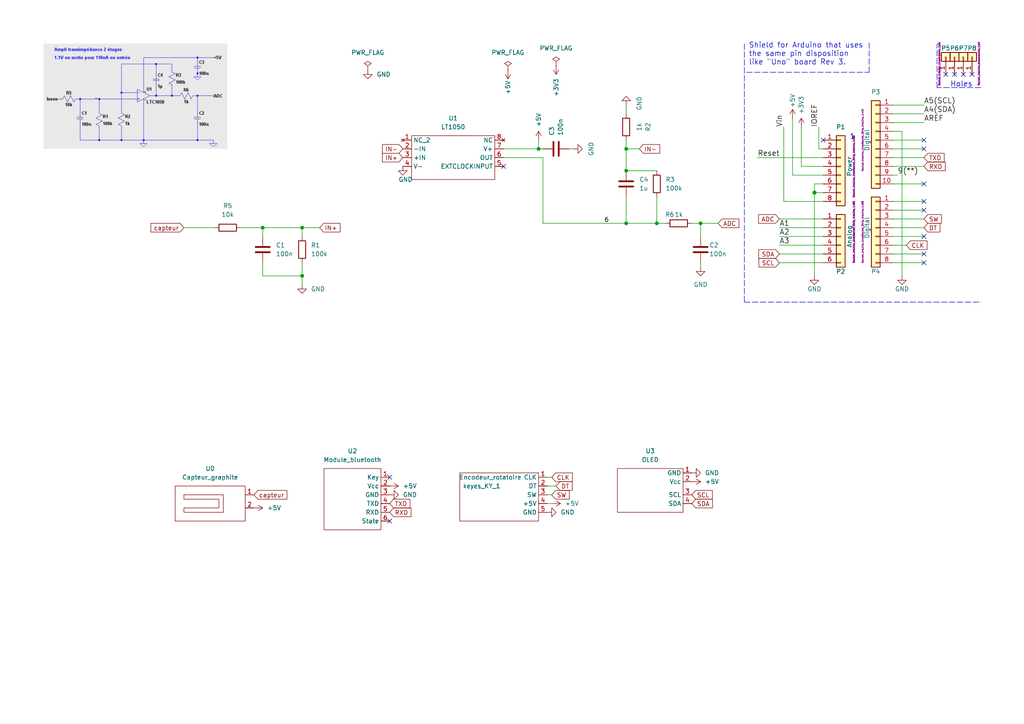
<source format=kicad_sch>
(kicad_sch (version 20211123) (generator eeschema)
  (paper "A4")
  (title_block (date "lun. 30 mars 2015"))
  (lib_symbols
    (symbol "Capteur_graphite_1"
      (property "Reference" "U" (at -1.27 2.54 0))
      (property "Value" "Capteur_graphite_1" (at -1.27 5.08 0))
      (symbol "Capteur_graphite_1_0_1"
        (polyline (pts (xy -10.16 -1.27) (xy -1.27 -1.27)))
        (polyline (pts (xy -12.7 1.27) (xy 7.62 1.27) (xy 7.62 -8.89) (xy -12.7 -8.89) (xy -12.7 1.27)))
        (polyline (pts (xy -1.27 -1.27) (xy 1.27 -1.27) (xy 1.27 -6.35) (xy -10.16 -6.35) (xy -10.16 -5.08) (xy 0 -5.08) (xy 0 -2.54) (xy -10.16 -2.54) (xy -10.16 -1.27)))
      )
      (symbol "Capteur_graphite_1_1_1"
        (pin input line (at 10.16 -1.27 180) (length 2.54) (name "") (number "1"))
        (pin power_in line (at 10.16 -5.08 180) (length 2.54) (name "") (number "2"))
      )
    )
    (symbol "Connector_Generic:Conn_01x01" (pin_names (offset 1.016) hide)
      (property "Reference" "J" (at 0 2.54 0))
      (property "Value" "Conn_01x01" (at 0 -2.54 0))
      (symbol "Conn_01x01_1_1"
        (rectangle (start -1.27 0.127) (end 0 -0.127) (stroke (width 0.1524)))
        (rectangle (start -1.27 1.27) (end 1.27 -1.27) (stroke (width 0.254)) (fill (type background)))
        (pin passive line (at -5.08 0 0) (length 3.81) (name "Pin_1") (number "1"))
      )
    )
    (symbol "Connector_Generic:Conn_01x06" (pin_names (offset 1.016) hide)
      (property "Reference" "J" (at 0 7.62 0))
      (property "Value" "Conn_01x06" (at 0 -10.16 0))
      (symbol "Conn_01x06_1_1"
        (rectangle (start -1.27 -7.493) (end 0 -7.747) (stroke (width 0.1524)))
        (rectangle (start -1.27 -4.953) (end 0 -5.207) (stroke (width 0.1524)))
        (rectangle (start -1.27 -2.413) (end 0 -2.667) (stroke (width 0.1524)))
        (rectangle (start -1.27 0.127) (end 0 -0.127) (stroke (width 0.1524)))
        (rectangle (start -1.27 2.667) (end 0 2.413) (stroke (width 0.1524)))
        (rectangle (start -1.27 5.207) (end 0 4.953) (stroke (width 0.1524)))
        (rectangle (start -1.27 6.35) (end 1.27 -8.89) (stroke (width 0.254)) (fill (type background)))
        (pin passive line (at -5.08 5.08 0) (length 3.81) (name "Pin_1") (number "1"))
        (pin passive line (at -5.08 2.54 0) (length 3.81) (name "Pin_2") (number "2"))
        (pin passive line (at -5.08 0 0) (length 3.81) (name "Pin_3") (number "3"))
        (pin passive line (at -5.08 -2.54 0) (length 3.81) (name "Pin_4") (number "4"))
        (pin passive line (at -5.08 -5.08 0) (length 3.81) (name "Pin_5") (number "5"))
        (pin passive line (at -5.08 -7.62 0) (length 3.81) (name "Pin_6") (number "6"))
      )
    )
    (symbol "Connector_Generic:Conn_01x08" (pin_names (offset 1.016) hide)
      (property "Reference" "J" (at 0 10.16 0))
      (property "Value" "Conn_01x08" (at 0 -12.7 0))
      (symbol "Conn_01x08_1_1"
        (rectangle (start -1.27 -10.033) (end 0 -10.287) (stroke (width 0.1524)))
        (rectangle (start -1.27 -7.493) (end 0 -7.747) (stroke (width 0.1524)))
        (rectangle (start -1.27 -4.953) (end 0 -5.207) (stroke (width 0.1524)))
        (rectangle (start -1.27 -2.413) (end 0 -2.667) (stroke (width 0.1524)))
        (rectangle (start -1.27 0.127) (end 0 -0.127) (stroke (width 0.1524)))
        (rectangle (start -1.27 2.667) (end 0 2.413) (stroke (width 0.1524)))
        (rectangle (start -1.27 5.207) (end 0 4.953) (stroke (width 0.1524)))
        (rectangle (start -1.27 7.747) (end 0 7.493) (stroke (width 0.1524)))
        (rectangle (start -1.27 8.89) (end 1.27 -11.43) (stroke (width 0.254)) (fill (type background)))
        (pin passive line (at -5.08 7.62 0) (length 3.81) (name "Pin_1") (number "1"))
        (pin passive line (at -5.08 5.08 0) (length 3.81) (name "Pin_2") (number "2"))
        (pin passive line (at -5.08 2.54 0) (length 3.81) (name "Pin_3") (number "3"))
        (pin passive line (at -5.08 0 0) (length 3.81) (name "Pin_4") (number "4"))
        (pin passive line (at -5.08 -2.54 0) (length 3.81) (name "Pin_5") (number "5"))
        (pin passive line (at -5.08 -5.08 0) (length 3.81) (name "Pin_6") (number "6"))
        (pin passive line (at -5.08 -7.62 0) (length 3.81) (name "Pin_7") (number "7"))
        (pin passive line (at -5.08 -10.16 0) (length 3.81) (name "Pin_8") (number "8"))
      )
    )
    (symbol "Connector_Generic:Conn_01x10" (pin_names (offset 1.016) hide)
      (property "Reference" "J" (at 0 12.7 0))
      (property "Value" "Conn_01x10" (at 0 -15.24 0))
      (symbol "Conn_01x10_1_1"
        (rectangle (start -1.27 -12.573) (end 0 -12.827) (stroke (width 0.1524)))
        (rectangle (start -1.27 -10.033) (end 0 -10.287) (stroke (width 0.1524)))
        (rectangle (start -1.27 -7.493) (end 0 -7.747) (stroke (width 0.1524)))
        (rectangle (start -1.27 -4.953) (end 0 -5.207) (stroke (width 0.1524)))
        (rectangle (start -1.27 -2.413) (end 0 -2.667) (stroke (width 0.1524)))
        (rectangle (start -1.27 0.127) (end 0 -0.127) (stroke (width 0.1524)))
        (rectangle (start -1.27 2.667) (end 0 2.413) (stroke (width 0.1524)))
        (rectangle (start -1.27 5.207) (end 0 4.953) (stroke (width 0.1524)))
        (rectangle (start -1.27 7.747) (end 0 7.493) (stroke (width 0.1524)))
        (rectangle (start -1.27 10.287) (end 0 10.033) (stroke (width 0.1524)))
        (rectangle (start -1.27 11.43) (end 1.27 -13.97) (stroke (width 0.254)) (fill (type background)))
        (pin passive line (at -5.08 10.16 0) (length 3.81) (name "Pin_1") (number "1"))
        (pin passive line (at -5.08 -12.7 0) (length 3.81) (name "Pin_10") (number "10"))
        (pin passive line (at -5.08 7.62 0) (length 3.81) (name "Pin_2") (number "2"))
        (pin passive line (at -5.08 5.08 0) (length 3.81) (name "Pin_3") (number "3"))
        (pin passive line (at -5.08 2.54 0) (length 3.81) (name "Pin_4") (number "4"))
        (pin passive line (at -5.08 0 0) (length 3.81) (name "Pin_5") (number "5"))
        (pin passive line (at -5.08 -2.54 0) (length 3.81) (name "Pin_6") (number "6"))
        (pin passive line (at -5.08 -5.08 0) (length 3.81) (name "Pin_7") (number "7"))
        (pin passive line (at -5.08 -7.62 0) (length 3.81) (name "Pin_8") (number "8"))
        (pin passive line (at -5.08 -10.16 0) (length 3.81) (name "Pin_9") (number "9"))
      )
    )
    (symbol "Device:C" (pin_numbers hide) (pin_names (offset 0.254))
      (property "Reference" "C" (at 0.635 2.54 0))
      (property "Value" "C" (at 0.635 -2.54 0))
      (symbol "C_0_1"
        (polyline (pts (xy -2.032 -0.762) (xy 2.032 -0.762)) (stroke (width 0.508)))
        (polyline (pts (xy -2.032 0.762) (xy 2.032 0.762)) (stroke (width 0.508)))
      )
      (symbol "C_1_1"
        (pin passive line (at 0 3.81 270) (length 2.794) (name "~") (number "1"))
        (pin passive line (at 0 -3.81 90) (length 2.794) (name "~") (number "2"))
      )
    )
    (symbol "Device:R" (pin_numbers hide) (pin_names (offset 0))
      (property "Reference" "R" (at 2.032 0 90))
      (property "Value" "R" (at 0 0 90))
      (symbol "R_0_1"
        (rectangle (start -1.016 -2.54) (end 1.016 2.54) (stroke (width 0.254)))
      )
      (symbol "R_1_1"
        (pin passive line (at 0 3.81 270) (length 1.27) (name "~") (number "1"))
        (pin passive line (at 0 -3.81 90) (length 1.27) (name "~") (number "2"))
      )
    )
    (symbol "Module_bluetooth_1"
      (property "Reference" "U" (at 0 6.35 0))
      (property "Value" "Module_bluetooth_1" (at 0 3.81 0))
      (symbol "Module_bluetooth_1_0_1"
        (polyline (pts (xy -8.89 2.54) (xy 7.62 2.54) (xy 7.62 -15.24) (xy -8.89 -15.24) (xy -8.89 2.54)))
      )
      (symbol "Module_bluetooth_1_1_1"
        (pin passive line (at 10.16 0 180) (length 2.54) (name "Key") (number "1"))
        (pin power_in line (at 10.16 -2.54 180) (length 2.54) (name "Vcc") (number "2"))
        (pin power_in line (at 10.16 -5.08 180) (length 2.54) (name "GND") (number "3"))
        (pin passive line (at 10.16 -7.62 180) (length 2.54) (name "TXD") (number "4"))
        (pin passive line (at 10.16 -10.16 180) (length 2.54) (name "RXD") (number "5"))
        (pin passive line (at 10.16 -12.7 180) (length 2.54) (name "State") (number "6"))
      )
    )
    (symbol "librairie_composant:Encodeur_rotatoire"
      (property "Reference" "keyes_KY_040" (at -13.97 -3.81 0))
      (property "Value" "Encodeur_rotatoire" (at -12.7 -1.27 0))
      (symbol "Encodeur_rotatoire_0_1"
        (polyline (pts (xy -15.24 1.27) (xy 1.27 1.27)))
        (polyline (pts (xy 1.27 1.27) (xy 1.27 -12.7) (xy -21.59 -12.7) (xy -21.59 1.27) (xy -15.24 1.27)))
      )
      (symbol "Encodeur_rotatoire_1_1"
        (pin passive line (at 3.81 0 180) (length 2.54) (name "CLK") (number "1"))
        (pin passive line (at 3.81 -2.54 180) (length 2.54) (name "DT") (number "2"))
        (pin passive line (at 3.81 -5.08 180) (length 2.54) (name "SW") (number "3"))
        (pin power_in line (at 3.81 -7.62 180) (length 2.54) (name "+5V") (number "4"))
        (pin power_in line (at 3.81 -10.16 180) (length 2.54) (name "GND") (number "5"))
      )
    )
    (symbol "librairie_composant:LT1050"
      (property "Reference" "U" (at 0 3.81 0))
      (property "Value" "LT1050" (at 0 5.08 0))
      (symbol "LT1050_0_1"
        (polyline (pts (xy -15.24 1.27) (xy 8.89 1.27) (xy 8.89 -11.43) (xy -15.24 -11.43) (xy -15.24 1.27)))
      )
      (symbol "LT1050_1_1"
        (pin no_connect line (at -17.78 0 0) (length 2.54) (name "NC_2") (number "1"))
        (pin input line (at -17.78 -2.54 0) (length 2.54) (name "-IN") (number "2"))
        (pin input line (at -17.78 -5.08 0) (length 2.54) (name "+IN") (number "3"))
        (pin power_in line (at -17.78 -7.62 0) (length 2.54) (name "V-") (number "4"))
        (pin input line (at 11.43 -7.62 180) (length 2.54) (name "EXTCLOCKINPUT") (number "5"))
        (pin output line (at 11.43 -5.08 180) (length 2.54) (name "OUT") (number "6"))
        (pin power_in line (at 11.43 -2.54 180) (length 2.54) (name "V+") (number "7"))
        (pin no_connect line (at 11.43 0 180) (length 2.54) (name "NC") (number "8"))
      )
    )
    (symbol "librairie_composant:OLED"
      (property "Reference" "U3" (at -3.175 7.62 0))
      (property "Value" "OLED" (at -3.175 5.08 0))
      (symbol "OLED_0_1"
        (polyline (pts (xy -12.7 2.54) (xy 6.35 2.54) (xy 6.35 -10.16) (xy -12.7 -10.16) (xy -12.7 2.54)))
      )
      (symbol "OLED_1_1"
        (pin input line (at 8.89 1.27 180) (length 2.54) (name "GND") (number "1"))
        (pin power_in line (at 8.89 -1.27 180) (length 2.54) (name "Vcc") (number "2"))
        (pin passive line (at 8.89 -5.08 180) (length 2.54) (name "SCL") (number "3"))
        (pin passive line (at 8.89 -7.62 180) (length 2.54) (name "SDA") (number "4"))
      )
    )
    (symbol "power:+3.3V" (power) (pin_names (offset 0))
      (property "Value" "+3.3V" (at 0 3.556 0))
      (symbol "+3.3V_0_1"
        (polyline (pts (xy -0.762 1.27) (xy 0 2.54)))
        (polyline (pts (xy 0 0) (xy 0 2.54)))
        (polyline (pts (xy 0 2.54) (xy 0.762 1.27)))
      )
      (symbol "+3.3V_1_1"
        (pin power_in line (at 0 0 90) (length 0) hide (name "+3V3") (number "1"))
      )
    )
    (symbol "power:+5V" (power) (pin_names (offset 0))
      (property "Value" "+5V" (at 0 3.556 0))
      (symbol "+5V_0_1"
        (polyline (pts (xy -0.762 1.27) (xy 0 2.54)))
        (polyline (pts (xy 0 0) (xy 0 2.54)))
        (polyline (pts (xy 0 2.54) (xy 0.762 1.27)))
      )
      (symbol "+5V_1_1"
        (pin power_in line (at 0 0 90) (length 0) hide (name "+5V") (number "1"))
      )
    )
    (symbol "power:GND" (power) (pin_names (offset 0))
      (property "Value" "GND" (at 0 -3.81 0))
      (symbol "GND_0_1"
        (polyline (pts (xy 0 0) (xy 0 -1.27) (xy 1.27 -1.27) (xy 0 -2.54) (xy -1.27 -1.27) (xy 0 -1.27)))
      )
      (symbol "GND_1_1"
        (pin power_in line (at 0 0 270) (length 0) hide (name "GND") (number "1"))
      )
    )
    (symbol "power:PWR_FLAG" (power) (pin_numbers hide) (pin_names (offset 0) hide)
      (property "Value" "PWR_FLAG" (at 0 3.81 0))
      (symbol "PWR_FLAG_0_0"
        (pin power_out line (at 0 0 90) (length 0) (name "pwr") (number "1"))
      )
      (symbol "PWR_FLAG_0_1"
        (polyline (pts (xy 0 0) (xy 0 1.27) (xy -1.016 1.905) (xy 0 2.54) (xy 1.016 1.905) (xy 0 1.27)))
      )
    )
  )
  (junction (at 181.61 64.77))
  (junction (at 181.61 49.53))
  (junction (at 87.63 80.01))
  (junction (at 87.63 66.04))
  (junction (at 181.61 43.18))
  (junction (at 156.21 43.18))
  (junction (at 236.22 55.88) (diameter 1.016))
  (junction (at 190.5 64.77))
  (junction (at 76.2 66.04))
  (junction (at 203.2 64.77))
  (no_connect (at 279.4 21.59))
  (no_connect (at 274.32 21.59))
  (no_connect (at 146.05 48.26))
  (no_connect (at 267.97 40.64))
  (no_connect (at 267.97 43.18))
  (no_connect (at 267.97 73.66))
  (no_connect (at 267.97 76.2))
  (no_connect (at 267.97 68.58))
  (no_connect (at 267.97 58.42))
  (no_connect (at 267.97 60.96))
  (no_connect (at 267.97 53.34))
  (no_connect (at 113.03 151.13))
  (no_connect (at 276.86 21.59))
  (no_connect (at 281.94 21.59))
  (no_connect (at 238.76 40.64))
  (no_connect (at 113.03 138.43))
  (wire (pts (xy 238.76 48.26) (xy 232.41 48.26)))
  (wire (pts (xy 238.76 71.12) (xy 226.06 71.12)))
  (wire (pts (xy 181.61 57.15) (xy 181.61 64.77)))
  (polyline (pts (xy 252.095 20.955) (xy 252.095 12.065)) (stroke (width 0) (type dash)))
  (wire (pts (xy 76.2 76.2) (xy 76.2 80.01)))
  (wire (pts (xy 259.08 63.5) (xy 267.97 63.5)))
  (wire (pts (xy 203.2 76.2) (xy 203.2 77.47)))
  (wire (pts (xy 259.08 50.8) (xy 260.35 50.8)))
  (wire (pts (xy 236.22 53.34) (xy 236.22 55.88)))
  (wire (pts (xy 156.21 43.18) (xy 157.48 43.18)))
  (wire (pts (xy 259.08 43.18) (xy 267.97 43.18)))
  (wire (pts (xy 261.62 38.1) (xy 261.62 80.01)))
  (wire (pts (xy 238.76 53.34) (xy 236.22 53.34)))
  (wire (pts (xy 200.66 64.77) (xy 203.2 64.77)))
  (wire (pts (xy 259.08 53.34) (xy 267.97 53.34)))
  (wire (pts (xy 146.05 43.18) (xy 156.21 43.18)))
  (wire (pts (xy 237.49 43.18) (xy 238.76 43.18)))
  (wire (pts (xy 190.5 57.15) (xy 190.5 64.77)))
  (wire (pts (xy 238.76 50.8) (xy 229.87 50.8)))
  (wire (pts (xy 87.63 66.04) (xy 92.71 66.04)))
  (wire (pts (xy 161.29 140.97) (xy 158.75 140.97)))
  (wire (pts (xy 203.2 64.77) (xy 208.28 64.77)))
  (wire (pts (xy 259.08 40.64) (xy 267.97 40.64)))
  (wire (pts (xy 165.1 43.18) (xy 166.37 43.18)))
  (wire (pts (xy 259.08 58.42) (xy 267.97 58.42)))
  (wire (pts (xy 238.76 66.04) (xy 226.06 66.04)))
  (wire (pts (xy 185.42 43.18) (xy 181.61 43.18)))
  (wire (pts (xy 203.2 64.77) (xy 203.2 68.58)))
  (wire (pts (xy 259.08 30.48) (xy 267.97 30.48)))
  (wire (pts (xy 160.02 143.51) (xy 158.75 143.51)))
  (wire (pts (xy 259.08 71.12) (xy 262.89 71.12)))
  (wire (pts (xy 146.05 45.72) (xy 157.48 45.72)))
  (wire (pts (xy 190.5 64.77) (xy 181.61 64.77)))
  (wire (pts (xy 190.5 64.77) (xy 193.04 64.77)))
  (wire (pts (xy 238.76 58.42) (xy 227.33 58.42)))
  (wire (pts (xy 160.02 146.05) (xy 158.75 146.05)))
  (wire (pts (xy 181.61 40.64) (xy 181.61 43.18)))
  (wire (pts (xy 238.76 63.5) (xy 226.06 63.5)))
  (wire (pts (xy 181.61 49.53) (xy 190.5 49.53)))
  (wire (pts (xy 157.48 64.77) (xy 181.61 64.77)))
  (wire (pts (xy 87.63 80.01) (xy 87.63 82.55)))
  (wire (pts (xy 259.08 45.72) (xy 267.97 45.72)))
  (wire (pts (xy 238.76 73.66) (xy 226.06 73.66)))
  (polyline (pts (xy 284.48 25.4) (xy 271.78 25.4)) (stroke (width 0) (type dash)))
  (wire (pts (xy 181.61 30.48) (xy 181.61 33.02)))
  (wire (pts (xy 238.76 45.72) (xy 219.71 45.72)))
  (wire (pts (xy 259.08 38.1) (xy 261.62 38.1)))
  (wire (pts (xy 238.76 55.88) (xy 236.22 55.88)))
  (wire (pts (xy 69.85 66.04) (xy 76.2 66.04)))
  (wire (pts (xy 236.22 55.88) (xy 236.22 80.01)))
  (wire (pts (xy 227.33 58.42) (xy 227.33 36.83)))
  (polyline (pts (xy 215.9 87.63) (xy 284.48 87.63)) (stroke (width 0) (type dash)))
  (wire (pts (xy 259.08 68.58) (xy 267.97 68.58)))
  (wire (pts (xy 238.76 76.2) (xy 226.06 76.2)))
  (wire (pts (xy 156.21 43.18) (xy 156.21 40.64)))
  (wire (pts (xy 259.08 73.66) (xy 267.97 73.66)))
  (polyline (pts (xy 271.78 25.4) (xy 271.78 12.7)) (stroke (width 0) (type dash)))
  (wire (pts (xy 259.08 60.96) (xy 267.97 60.96)))
  (wire (pts (xy 87.63 76.2) (xy 87.63 80.01)))
  (wire (pts (xy 229.87 50.8) (xy 229.87 34.29)))
  (wire (pts (xy 76.2 66.04) (xy 76.2 68.58)))
  (wire (pts (xy 181.61 43.18) (xy 181.61 49.53)))
  (wire (pts (xy 76.2 80.01) (xy 87.63 80.01)))
  (wire (pts (xy 259.08 33.02) (xy 267.97 33.02)))
  (wire (pts (xy 259.08 66.04) (xy 267.97 66.04)))
  (wire (pts (xy 259.08 35.56) (xy 267.97 35.56)))
  (polyline (pts (xy 215.9 12.7) (xy 215.9 87.63)) (stroke (width 0) (type dash)))
  (wire (pts (xy 232.41 48.26) (xy 232.41 36.83)))
  (wire (pts (xy 53.34 66.04) (xy 62.23 66.04)))
  (wire (pts (xy 237.49 36.83) (xy 237.49 43.18)))
  (wire (pts (xy 259.08 76.2) (xy 267.97 76.2)))
  (wire (pts (xy 157.48 45.72) (xy 157.48 64.77)))
  (wire (pts (xy 259.08 48.26) (xy 267.97 48.26)))
  (wire (pts (xy 76.2 66.04) (xy 87.63 66.04)))
  (wire (pts (xy 160.02 138.43) (xy 158.75 138.43)))
  (wire (pts (xy 238.76 68.58) (xy 226.06 68.58)))
  (wire (pts (xy 87.63 68.58) (xy 87.63 66.04)))
  (polyline (pts (xy 216.535 20.955) (xy 252.095 20.955)) (stroke (width 0) (type dash)))
  (image (at 39.37 27.94) (scale 0.981367))
  (text "Holes" (at 275.59 25.4 0) (effects (font (size 1.524 1.524)) (justify left bottom)))
  (text "Shield for Arduino that uses\nthe same pin disposition\nlike \"Uno\" board Rev 3." (at 217.17 19.05 0) (effects (font (size 1.524 1.524)) (justify left bottom)))
  (text "1" (at 246.38 40.64 0) (effects (font (size 1.524 1.524)) (justify left bottom)))
  (label "Vin" (at 227.33 36.83 90) (effects (font (size 1.524 1.524))))
  (label "6" (at 175.26 64.77 0))
  (label "A2" (at 226.06 68.58 0) (effects (font (size 1.524 1.524))))
  (label "A1" (at 226.06 66.04 0) (effects (font (size 1.524 1.524))))
  (label "A4(SDA)" (at 267.97 33.02 0) (effects (font (size 1.524 1.524))))
  (label "A3" (at 226.06 71.12 0) (effects (font (size 1.524 1.524))))
  (label "Reset" (at 219.71 45.72 0) (effects (font (size 1.524 1.524))))
  (label "9(**)" (at 260.35 50.8 0) (effects (font (size 1.524 1.524))))
  (label "A5(SCL)" (at 267.97 30.48 0) (effects (font (size 1.524 1.524))))
  (label "IOREF" (at 237.49 36.83 90) (effects (font (size 1.524 1.524))))
  (label "AREF" (at 267.97 35.56 0) (effects (font (size 1.524 1.524))))
  (global_label "CLK" (shape input) (at 160.02 138.43 0) (property "Intersheet References" "${INTERSHEET_REFS}" (effects hide)))
  (global_label "capteur" (shape input) (at 53.34 66.04 180) (property "Intersheet References" "${INTERSHEET_REFS}" (effects hide)))
  (global_label "IN+" (shape input) (at 116.84 45.72 180) (property "Intersheet References" "${INTERSHEET_REFS}" (effects hide)))
  (global_label "ADC" (shape input) (at 208.28 64.77 0) (property "Intersheet References" "${INTERSHEET_REFS}" (effects hide)))
  (global_label "DT" (shape input) (at 161.29 140.97 0) (property "Intersheet References" "${INTERSHEET_REFS}" (effects hide)))
  (global_label "SDA" (shape input) (at 226.06 73.66 180) (property "Intersheet References" "${INTERSHEET_REFS}" (effects hide)))
  (global_label "RXD" (shape input) (at 267.97 48.26 0) (property "Intersheet References" "${INTERSHEET_REFS}" (effects hide)))
  (global_label "IN-" (shape input) (at 185.42 43.18 0) (property "Intersheet References" "${INTERSHEET_REFS}" (effects hide)))
  (global_label "RXD" (shape input) (at 113.03 148.59 0) (property "Intersheet References" "${INTERSHEET_REFS}" (effects hide)))
  (global_label "SW" (shape input) (at 160.02 143.51 0) (property "Intersheet References" "${INTERSHEET_REFS}" (effects hide)))
  (global_label "SCL" (shape input) (at 226.06 76.2 180) (property "Intersheet References" "${INTERSHEET_REFS}" (effects hide)))
  (global_label "CLK" (shape input) (at 262.89 71.12 0) (property "Intersheet References" "${INTERSHEET_REFS}" (effects hide)))
  (global_label "SDA" (shape input) (at 200.66 146.05 0) (property "Intersheet References" "${INTERSHEET_REFS}" (effects hide)))
  (global_label "IN+" (shape input) (at 92.71 66.04 0) (property "Intersheet References" "${INTERSHEET_REFS}" (effects hide)))
  (global_label "DT" (shape input) (at 267.97 66.04 0) (property "Intersheet References" "${INTERSHEET_REFS}" (effects hide)))
  (global_label "IN-" (shape input) (at 116.84 43.18 180) (property "Intersheet References" "${INTERSHEET_REFS}" (effects hide)))
  (global_label "capteur" (shape input) (at 73.66 143.51 0) (property "Intersheet References" "${INTERSHEET_REFS}" (effects hide)))
  (global_label "SW" (shape input) (at 267.97 63.5 0) (property "Intersheet References" "${INTERSHEET_REFS}" (effects hide)))
  (global_label "TXD" (shape input) (at 267.97 45.72 0) (property "Intersheet References" "${INTERSHEET_REFS}" (effects hide)))
  (global_label "SCL" (shape input) (at 200.66 143.51 0) (property "Intersheet References" "${INTERSHEET_REFS}" (effects hide)))
  (global_label "TXD" (shape input) (at 113.03 146.05 0) (property "Intersheet References" "${INTERSHEET_REFS}" (effects hide)))
  (global_label "ADC" (shape input) (at 226.06 63.5 180) (property "Intersheet References" "${INTERSHEET_REFS}" (effects hide)))
  (symbol (lib_id "Connector_Generic:Conn_01x08") (at 243.84 48.26 0) (unit 1)
    (property "Reference" "P1" (at 243.84 36.83 0))
    (property "Value" "Power" (at 246.38 48.26 90))
    (property "Footprint" "Socket_Arduino_Uno:Socket_Strip_Arduino_1x08" (at 247.65 48.26 90) (effects (font (size 0.508 0.508))))
  )
  (symbol (lib_id "power:+3.3V") (at 232.41 36.83 0) (unit 1)
    (property "Reference" "#PWR01" (effects hide))
    (property "Value" "+3.3V" (at 232.41 30.48 90))
  )
  (symbol (lib_id "power:+5V") (at 229.87 34.29 0) (unit 1)
    (property "Reference" "#PWR02" (effects hide))
    (property "Value" "+5V" (at 229.87 29.21 90))
  )
  (symbol (lib_id "power:GND") (at 236.22 80.01 0) (unit 1)
    (property "Reference" "#PWR03" (effects hide))
    (property "Value" "GND" (at 236.22 83.82 0))
  )
  (symbol (lib_id "power:GND") (at 261.62 80.01 0) (unit 1)
    (property "Reference" "#PWR04" (effects hide))
    (property "Value" "GND" (at 261.62 83.82 0))
  )
  (symbol (lib_id "Connector_Generic:Conn_01x06") (at 243.84 68.58 0) (unit 1)
    (property "Reference" "P2" (at 243.84 78.74 0))
    (property "Value" "Analog" (at 246.38 68.58 90))
    (property "Footprint" "Socket_Arduino_Uno:Socket_Strip_Arduino_1x06" (at 247.65 67.31 90) (effects (font (size 0.508 0.508))))
  )
  (symbol (lib_id "Connector_Generic:Conn_01x01") (at 274.32 16.51 90) (unit 1)
    (property "Reference" "P5" (at 274.32 13.97 90))
    (property "Value" "CONN_01X01" (effects hide))
    (property "Footprint" "Socket_Arduino_Uno:Arduino_1pin" (at 272.4404 18.5166 0) (effects (font (size 0.508 0.508))))
  )
  (symbol (lib_id "Connector_Generic:Conn_01x01") (at 276.86 16.51 90) (unit 1)
    (property "Reference" "P6" (at 276.86 13.97 90))
    (property "Value" "CONN_01X01" (effects hide))
    (property "Footprint" "Socket_Arduino_Uno:Arduino_1pin" (effects hide))
  )
  (symbol (lib_id "Connector_Generic:Conn_01x01") (at 279.4 16.51 90) (unit 1)
    (property "Reference" "P7" (at 279.4 13.97 90))
    (property "Value" "CONN_01X01" (effects hide))
    (property "Footprint" "Socket_Arduino_Uno:Arduino_1pin" (effects hide))
  )
  (symbol (lib_id "Connector_Generic:Conn_01x01") (at 281.94 16.51 90) (unit 1)
    (property "Reference" "P8" (at 281.94 13.97 90))
    (property "Value" "CONN_01X01" (effects hide))
    (property "Footprint" "Socket_Arduino_Uno:Arduino_1pin" (at 283.9212 18.4404 0) (effects (font (size 0.508 0.508))))
  )
  (symbol (lib_id "Connector_Generic:Conn_01x08") (at 254 66.04 0) (mirror y) (unit 1)
    (property "Reference" "P4" (at 254 78.74 0))
    (property "Value" "Digital" (at 251.46 66.04 90))
    (property "Footprint" "Socket_Arduino_Uno:Socket_Strip_Arduino_1x08" (at 250.19 67.31 90) (effects (font (size 0.508 0.508))))
  )
  (symbol (lib_id "Connector_Generic:Conn_01x10") (at 254 40.64 0) (mirror y) (unit 1)
    (property "Reference" "P3" (at 254 26.67 0))
    (property "Value" "Digital" (at 251.46 40.64 90))
    (property "Footprint" "Socket_Arduino_Uno:Socket_Strip_Arduino_1x10" (at 250.19 40.64 90) (effects (font (size 0.508 0.508))))
  )
  (symbol (lib_id "librairie_composant:LT1050") (at 134.62 40.64 0) (unit 1)
    (property "Reference" "U1" (at 131.445 34.29 0))
    (property "Value" "LT1050" (at 131.445 36.83 0))
    (property "Footprint" "Librarie_composant:DIP-8_296_ELL" (effects hide))
  )
  (symbol (lib_id "power:GND") (at 203.2 77.47 0) (unit 1)
    (property "Reference" "#PWR0101" (effects hide))
    (property "Value" "GND" (at 203.2 82.55 0))
  )
  (symbol (lib_id "Device:R") (at 190.5 53.34 0) (unit 1)
    (property "Reference" "R3" (at 193.04 52.0699 0) (effects (justify left)))
    (property "Value" "100k" (at 193.04 54.6099 0) (effects (justify left)))
    (property "Footprint" "Resistor_THT:R_Axial_DIN0207_L6.3mm_D2.5mm_P10.16mm_Horizontal" (effects hide))
  )
  (symbol (lib_id "power:PWR_FLAG") (at 106.68 20.32 0) (unit 1)
    (property "Reference" "#FLG0101" (effects hide))
    (property "Value" "PWR_FLAG" (at 106.68 15.24 0))
  )
  (symbol (lib_id "power:GND") (at 113.03 143.51 90) (unit 1)
    (property "Reference" "#PWR0110" (effects hide))
    (property "Value" "GND" (at 116.84 143.5099 90) (effects (justify right)))
  )
  (symbol (lib_id "power:GND") (at 181.61 30.48 180) (unit 1)
    (property "Reference" "#PWR0103" (effects hide))
    (property "Value" "GND" (at 185.42 27.94 90) (effects (justify left)))
  )
  (symbol (lib_id "power:+3.3V") (at 161.29 19.05 180) (unit 1)
    (property "Reference" "#PWR0105" (effects hide))
    (property "Value" "+3.3V" (at 161.29 25.4 90))
  )
  (symbol (lib_id "Device:R") (at 87.63 72.39 0) (unit 1)
    (property "Reference" "R1" (at 90.17 71.1199 0) (effects (justify left)))
    (property "Value" "100k" (at 90.17 73.6599 0) (effects (justify left)))
    (property "Footprint" "Resistor_THT:R_Axial_DIN0207_L6.3mm_D2.5mm_P10.16mm_Horizontal" (effects hide))
  )
  (symbol (lib_id "power:+5V") (at 156.21 40.64 0) (unit 1)
    (property "Reference" "#PWR0102" (effects hide))
    (property "Value" "+5V" (at 156.2099 36.83 90) (effects (justify left)))
  )
  (symbol (lib_name "Module_bluetooth_1") (lib_id "librairie_composant:Module_bluetooth") (at 102.87 138.43 0) (unit 1)
    (property "Reference" "U2" (at 102.235 130.81 0))
    (property "Value" "Module_bluetooth" (at 102.235 133.35 0))
    (property "Footprint" "Librarie_composant:Module bluetooth" (effects hide))
  )
  (symbol (lib_id "Device:R") (at 181.61 36.83 0) (unit 1)
    (property "Reference" "R2" (at 187.96 36.83 90))
    (property "Value" "1k" (at 185.42 36.83 90))
    (property "Footprint" "Resistor_THT:R_Axial_DIN0207_L6.3mm_D2.5mm_P10.16mm_Horizontal" (effects hide))
  )
  (symbol (lib_id "power:GND") (at 106.68 20.32 0) (unit 1)
    (property "Reference" "#PWR0115" (effects hide))
    (property "Value" "GND" (at 109.22 21.5899 0) (effects (justify left)))
  )
  (symbol (lib_id "power:+5V") (at 113.03 140.97 270) (unit 1)
    (property "Reference" "#PWR0109" (effects hide))
    (property "Value" "+5V" (at 116.84 140.9699 90) (effects (justify left)))
  )
  (symbol (lib_id "power:PWR_FLAG") (at 147.32 20.32 0) (unit 1)
    (property "Reference" "#FLG0103" (effects hide))
    (property "Value" "PWR_FLAG" (at 147.32 15.24 0))
  )
  (symbol (lib_id "power:GND") (at 200.66 137.16 90) (unit 1)
    (property "Reference" "#PWR0114" (effects hide))
    (property "Value" "GND" (at 204.47 137.1599 90) (effects (justify right)))
  )
  (symbol (lib_id "power:GND") (at 166.37 43.18 90) (unit 1)
    (property "Reference" "#PWR0104" (effects hide))
    (property "Value" "GND" (at 171.45 43.18 0))
  )
  (symbol (lib_id "librairie_composant:OLED") (at 191.77 138.43 0) (unit 1)
    (property "Reference" "U3" (at 188.595 130.81 0))
    (property "Value" "OLED" (at 188.595 133.35 0))
    (property "Footprint" "Librarie_composant:OLED" (effects hide))
  )
  (symbol (lib_id "power:GND") (at 158.75 148.59 90) (unit 1)
    (property "Reference" "#PWR0116" (effects hide))
    (property "Value" "GND" (at 162.56 148.5899 90) (effects (justify right)))
  )
  (symbol (lib_name "Capteur_graphite_1") (lib_id "librairie_composant:Capteur_graphite") (at 63.5 142.24 0) (unit 1)
    (property "Reference" "U0" (at 60.96 135.89 0))
    (property "Value" "Capteur_graphite" (at 60.96 138.43 0))
    (property "Footprint" "Librarie_composant:Capteur_graphite" (effects hide))
  )
  (symbol (lib_id "power:+5V") (at 73.66 147.32 270) (unit 1)
    (property "Reference" "#PWR0112" (effects hide))
    (property "Value" "+5V" (at 77.47 147.3199 90) (effects (justify left)))
  )
  (symbol (lib_id "power:GND") (at 116.84 48.26 0) (unit 1)
    (property "Reference" "#PWR0108" (effects hide))
    (property "Value" "GND" (at 115.57 52.07 0) (effects (justify left)))
  )
  (symbol (lib_id "Device:C") (at 161.29 43.18 90) (unit 1)
    (property "Reference" "C3" (at 160.0199 39.37 0) (effects (justify left)))
    (property "Value" "100n" (at 162.5599 39.37 0) (effects (justify left)))
    (property "Footprint" "Capacitor_THT:C_Disc_D3.4mm_W2.1mm_P2.50mm" (effects hide))
  )
  (symbol (lib_id "power:+5V") (at 147.32 20.32 180) (unit 1)
    (property "Reference" "#PWR0107" (effects hide))
    (property "Value" "+5V" (at 147.32 25.4 90))
  )
  (symbol (lib_id "librairie_composant:Encodeur_rotatoire") (at 154.94 138.43 0) (unit 1)
    (property "Reference" "keyes_KY_1" (at 139.7 140.97 0))
    (property "Value" "Encodeur_rotatoire" (at 142.24 138.43 0))
    (property "Footprint" "Librarie_composant:Encodeur_rotatoire" (effects hide))
  )
  (symbol (lib_id "Device:C") (at 181.61 53.34 0) (unit 1)
    (property "Reference" "C4" (at 185.42 52.0699 0) (effects (justify left)))
    (property "Value" "1u" (at 185.42 54.6099 0) (effects (justify left)))
    (property "Footprint" "Capacitor_THT:C_Rect_L7.5mm_W6.5mm_P5.00mm" (effects hide))
  )
  (symbol (lib_id "power:GND") (at 87.63 82.55 0) (unit 1)
    (property "Reference" "#PWR0106" (effects hide))
    (property "Value" "GND" (at 90.17 83.8199 0) (effects (justify left)))
  )
  (symbol (lib_id "power:+5V") (at 200.66 139.7 270) (unit 1)
    (property "Reference" "#PWR0113" (effects hide))
    (property "Value" "+5V" (at 204.47 139.6999 90) (effects (justify left)))
  )
  (symbol (lib_id "Device:R") (at 196.85 64.77 90) (unit 1)
    (property "Reference" "R6" (at 195.5799 62.23 90) (effects (justify left)))
    (property "Value" "1k" (at 198.1199 62.23 90) (effects (justify left)))
    (property "Footprint" "Resistor_THT:R_Axial_DIN0207_L6.3mm_D2.5mm_P10.16mm_Horizontal" (effects hide))
  )
  (symbol (lib_id "Device:R") (at 66.04 66.04 90) (unit 1)
    (property "Reference" "R5" (at 66.04 59.69 90))
    (property "Value" "10k" (at 66.04 62.23 90))
    (property "Footprint" "Resistor_THT:R_Axial_DIN0207_L6.3mm_D2.5mm_P10.16mm_Horizontal" (effects hide))
  )
  (symbol (lib_id "Device:C") (at 76.2 72.39 0) (unit 1)
    (property "Reference" "C1" (at 80.01 71.1199 0) (effects (justify left)))
    (property "Value" "100n" (at 80.01 73.6599 0) (effects (justify left)))
    (property "Footprint" "Capacitor_THT:C_Disc_D3.4mm_W2.1mm_P2.50mm" (effects hide))
  )
  (symbol (lib_id "power:PWR_FLAG") (at 161.29 19.05 0) (unit 1)
    (property "Reference" "#FLG0102" (effects hide))
    (property "Value" "PWR_FLAG" (at 161.29 13.97 0))
  )
  (symbol (lib_id "Device:C") (at 203.2 72.39 0) (unit 1)
    (property "Reference" "C2" (at 205.74 71.1199 0) (effects (justify left)))
    (property "Value" "100n" (at 205.74 73.6599 0) (effects (justify left)))
    (property "Footprint" "Capacitor_THT:C_Disc_D3.4mm_W2.1mm_P2.50mm" (effects hide))
  )
  (symbol (lib_id "power:+5V") (at 160.02 146.05 270) (unit 1)
    (property "Reference" "#PWR0111" (effects hide))
    (property "Value" "+5V" (at 163.83 146.0499 90) (effects (justify left)))
  )
)
</source>
